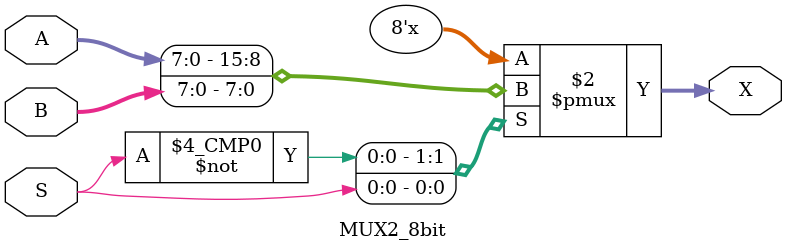
<source format=v>
module MUX2_8bit(
  input [7:0] A, B,
  input S,
  output reg [7:0] X
);

  always @(A or B or S)
  begin
    case (S)
      1'b0: X = A;
      1'b1: X = B;
    endcase
  end

endmodule

</source>
